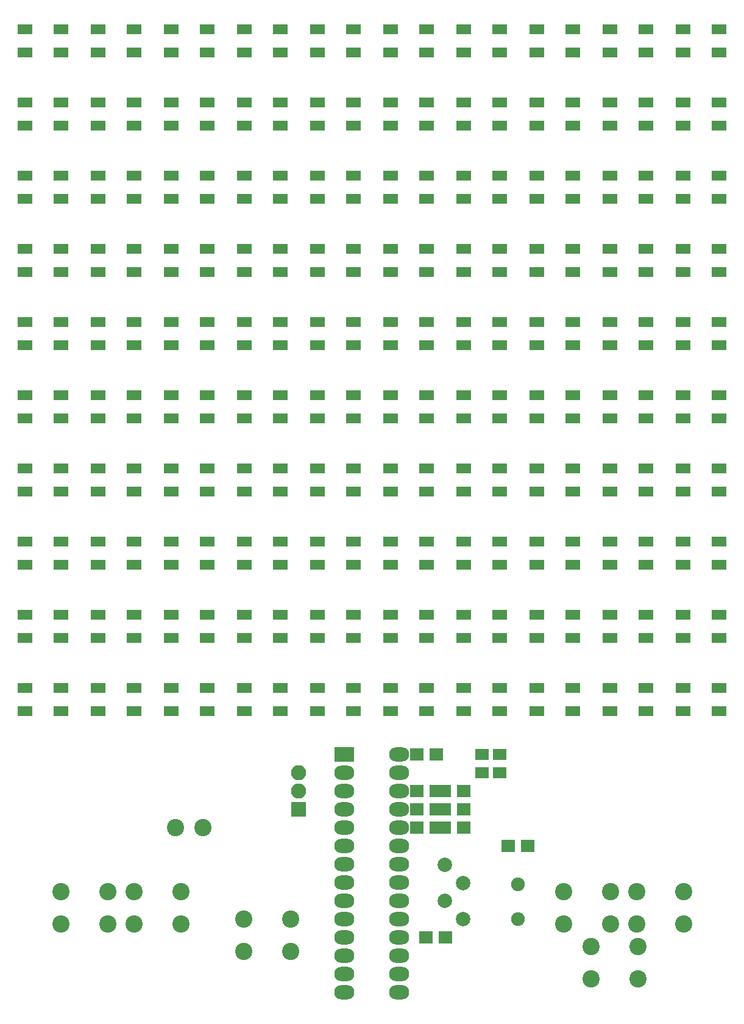
<source format=gbr>
G04 #@! TF.FileFunction,Soldermask,Top*
%FSLAX46Y46*%
G04 Gerber Fmt 4.6, Leading zero omitted, Abs format (unit mm)*
G04 Created by KiCad (PCBNEW 4.0.6) date 11/05/17 12:45:19*
%MOMM*%
%LPD*%
G01*
G04 APERTURE LIST*
%ADD10C,0.100000*%
%ADD11R,2.000000X1.400000*%
%ADD12R,2.800000X2.000000*%
%ADD13O,2.800000X2.000000*%
%ADD14R,1.900000X1.700000*%
%ADD15C,2.400000*%
%ADD16C,1.900000*%
%ADD17C,2.000000*%
%ADD18R,1.900000X1.650000*%
%ADD19C,2.398980*%
%ADD20R,2.100000X2.100000*%
%ADD21O,2.100000X2.100000*%
G04 APERTURE END LIST*
D10*
D11*
X124420000Y-114630000D03*
X124420000Y-111430000D03*
X119420000Y-114630000D03*
X119420000Y-111430000D03*
D12*
X143510000Y-120650000D03*
D13*
X151130000Y-153670000D03*
X143510000Y-123190000D03*
X151130000Y-151130000D03*
X143510000Y-125730000D03*
X151130000Y-148590000D03*
X143510000Y-128270000D03*
X151130000Y-146050000D03*
X143510000Y-130810000D03*
X151130000Y-143510000D03*
X143510000Y-133350000D03*
X151130000Y-140970000D03*
X143510000Y-135890000D03*
X151130000Y-138430000D03*
X143510000Y-138430000D03*
X151130000Y-135890000D03*
X143510000Y-140970000D03*
X151130000Y-133350000D03*
X143510000Y-143510000D03*
X151130000Y-130810000D03*
X143510000Y-146050000D03*
X151130000Y-128270000D03*
X143510000Y-148590000D03*
X151130000Y-125730000D03*
X143510000Y-151130000D03*
X151130000Y-123190000D03*
X143510000Y-153670000D03*
X151130000Y-120650000D03*
D11*
X104100000Y-73990000D03*
X104100000Y-70790000D03*
X99100000Y-73990000D03*
X99100000Y-70790000D03*
X104100000Y-23190000D03*
X104100000Y-19990000D03*
X99100000Y-23190000D03*
X99100000Y-19990000D03*
X104100000Y-33350000D03*
X104100000Y-30150000D03*
X99100000Y-33350000D03*
X99100000Y-30150000D03*
X114260000Y-33350000D03*
X114260000Y-30150000D03*
X109260000Y-33350000D03*
X109260000Y-30150000D03*
X114260000Y-23190000D03*
X114260000Y-19990000D03*
X109260000Y-23190000D03*
X109260000Y-19990000D03*
X124420000Y-23190000D03*
X124420000Y-19990000D03*
X119420000Y-23190000D03*
X119420000Y-19990000D03*
X134580000Y-23190000D03*
X134580000Y-19990000D03*
X129580000Y-23190000D03*
X129580000Y-19990000D03*
X144740000Y-23190000D03*
X144740000Y-19990000D03*
X139740000Y-23190000D03*
X139740000Y-19990000D03*
X154900000Y-23190000D03*
X154900000Y-19990000D03*
X149900000Y-23190000D03*
X149900000Y-19990000D03*
X165060000Y-23190000D03*
X165060000Y-19990000D03*
X160060000Y-23190000D03*
X160060000Y-19990000D03*
X175220000Y-23190000D03*
X175220000Y-19990000D03*
X170220000Y-23190000D03*
X170220000Y-19990000D03*
X185380000Y-23190000D03*
X185380000Y-19990000D03*
X180380000Y-23190000D03*
X180380000Y-19990000D03*
X195540000Y-23190000D03*
X195540000Y-19990000D03*
X190540000Y-23190000D03*
X190540000Y-19990000D03*
X124420000Y-33350000D03*
X124420000Y-30150000D03*
X119420000Y-33350000D03*
X119420000Y-30150000D03*
X134580000Y-33350000D03*
X134580000Y-30150000D03*
X129580000Y-33350000D03*
X129580000Y-30150000D03*
X144740000Y-33350000D03*
X144740000Y-30150000D03*
X139740000Y-33350000D03*
X139740000Y-30150000D03*
X154900000Y-33350000D03*
X154900000Y-30150000D03*
X149900000Y-33350000D03*
X149900000Y-30150000D03*
X165060000Y-33350000D03*
X165060000Y-30150000D03*
X160060000Y-33350000D03*
X160060000Y-30150000D03*
X175220000Y-33350000D03*
X175220000Y-30150000D03*
X170220000Y-33350000D03*
X170220000Y-30150000D03*
X185380000Y-33350000D03*
X185380000Y-30150000D03*
X180380000Y-33350000D03*
X180380000Y-30150000D03*
X195540000Y-33350000D03*
X195540000Y-30150000D03*
X190540000Y-33350000D03*
X190540000Y-30150000D03*
X104100000Y-43510000D03*
X104100000Y-40310000D03*
X99100000Y-43510000D03*
X99100000Y-40310000D03*
X114260000Y-43510000D03*
X114260000Y-40310000D03*
X109260000Y-43510000D03*
X109260000Y-40310000D03*
X104100000Y-53670000D03*
X104100000Y-50470000D03*
X99100000Y-53670000D03*
X99100000Y-50470000D03*
X104100000Y-63830000D03*
X104100000Y-60630000D03*
X99100000Y-63830000D03*
X99100000Y-60630000D03*
X104100000Y-84150000D03*
X104100000Y-80950000D03*
X99100000Y-84150000D03*
X99100000Y-80950000D03*
X104100000Y-94310000D03*
X104100000Y-91110000D03*
X99100000Y-94310000D03*
X99100000Y-91110000D03*
X104100000Y-104470000D03*
X104100000Y-101270000D03*
X99100000Y-104470000D03*
X99100000Y-101270000D03*
X104100000Y-114630000D03*
X104100000Y-111430000D03*
X99100000Y-114630000D03*
X99100000Y-111430000D03*
X114260000Y-53670000D03*
X114260000Y-50470000D03*
X109260000Y-53670000D03*
X109260000Y-50470000D03*
X114260000Y-63830000D03*
X114260000Y-60630000D03*
X109260000Y-63830000D03*
X109260000Y-60630000D03*
X124420000Y-43510000D03*
X124420000Y-40310000D03*
X119420000Y-43510000D03*
X119420000Y-40310000D03*
X134580000Y-43510000D03*
X134580000Y-40310000D03*
X129580000Y-43510000D03*
X129580000Y-40310000D03*
X124420000Y-53670000D03*
X124420000Y-50470000D03*
X119420000Y-53670000D03*
X119420000Y-50470000D03*
X134580000Y-53670000D03*
X134580000Y-50470000D03*
X129580000Y-53670000D03*
X129580000Y-50470000D03*
X124420000Y-63830000D03*
X124420000Y-60630000D03*
X119420000Y-63830000D03*
X119420000Y-60630000D03*
X134580000Y-63830000D03*
X134580000Y-60630000D03*
X129580000Y-63830000D03*
X129580000Y-60630000D03*
X114260000Y-73990000D03*
X114260000Y-70790000D03*
X109260000Y-73990000D03*
X109260000Y-70790000D03*
X124420000Y-73990000D03*
X124420000Y-70790000D03*
X119420000Y-73990000D03*
X119420000Y-70790000D03*
X134580000Y-73990000D03*
X134580000Y-70790000D03*
X129580000Y-73990000D03*
X129580000Y-70790000D03*
X144740000Y-43510000D03*
X144740000Y-40310000D03*
X139740000Y-43510000D03*
X139740000Y-40310000D03*
X154900000Y-43510000D03*
X154900000Y-40310000D03*
X149900000Y-43510000D03*
X149900000Y-40310000D03*
X165060000Y-43510000D03*
X165060000Y-40310000D03*
X160060000Y-43510000D03*
X160060000Y-40310000D03*
X175220000Y-43510000D03*
X175220000Y-40310000D03*
X170220000Y-43510000D03*
X170220000Y-40310000D03*
X185380000Y-43510000D03*
X185380000Y-40310000D03*
X180380000Y-43510000D03*
X180380000Y-40310000D03*
X195540000Y-43510000D03*
X195540000Y-40310000D03*
X190540000Y-43510000D03*
X190540000Y-40310000D03*
X144740000Y-53670000D03*
X144740000Y-50470000D03*
X139740000Y-53670000D03*
X139740000Y-50470000D03*
X154900000Y-53670000D03*
X154900000Y-50470000D03*
X149900000Y-53670000D03*
X149900000Y-50470000D03*
X165060000Y-53670000D03*
X165060000Y-50470000D03*
X160060000Y-53670000D03*
X160060000Y-50470000D03*
X175220000Y-53670000D03*
X175220000Y-50470000D03*
X170220000Y-53670000D03*
X170220000Y-50470000D03*
X185380000Y-53670000D03*
X185380000Y-50470000D03*
X180380000Y-53670000D03*
X180380000Y-50470000D03*
X195540000Y-53670000D03*
X195540000Y-50470000D03*
X190540000Y-53670000D03*
X190540000Y-50470000D03*
X144740000Y-63830000D03*
X144740000Y-60630000D03*
X139740000Y-63830000D03*
X139740000Y-60630000D03*
X154900000Y-63830000D03*
X154900000Y-60630000D03*
X149900000Y-63830000D03*
X149900000Y-60630000D03*
X165060000Y-63830000D03*
X165060000Y-60630000D03*
X160060000Y-63830000D03*
X160060000Y-60630000D03*
X175220000Y-63830000D03*
X175220000Y-60630000D03*
X170220000Y-63830000D03*
X170220000Y-60630000D03*
X185380000Y-63830000D03*
X185380000Y-60630000D03*
X180380000Y-63830000D03*
X180380000Y-60630000D03*
X195540000Y-63830000D03*
X195540000Y-60630000D03*
X190540000Y-63830000D03*
X190540000Y-60630000D03*
X114260000Y-84150000D03*
X114260000Y-80950000D03*
X109260000Y-84150000D03*
X109260000Y-80950000D03*
X114260000Y-94310000D03*
X114260000Y-91110000D03*
X109260000Y-94310000D03*
X109260000Y-91110000D03*
X114260000Y-104470000D03*
X114260000Y-101270000D03*
X109260000Y-104470000D03*
X109260000Y-101270000D03*
X114260000Y-114630000D03*
X114260000Y-111430000D03*
X109260000Y-114630000D03*
X109260000Y-111430000D03*
X144740000Y-73990000D03*
X144740000Y-70790000D03*
X139740000Y-73990000D03*
X139740000Y-70790000D03*
X154900000Y-73990000D03*
X154900000Y-70790000D03*
X149900000Y-73990000D03*
X149900000Y-70790000D03*
X124420000Y-84150000D03*
X124420000Y-80950000D03*
X119420000Y-84150000D03*
X119420000Y-80950000D03*
X134580000Y-84150000D03*
X134580000Y-80950000D03*
X129580000Y-84150000D03*
X129580000Y-80950000D03*
X144740000Y-84150000D03*
X144740000Y-80950000D03*
X139740000Y-84150000D03*
X139740000Y-80950000D03*
X154900000Y-84150000D03*
X154900000Y-80950000D03*
X149900000Y-84150000D03*
X149900000Y-80950000D03*
X165060000Y-73990000D03*
X165060000Y-70790000D03*
X160060000Y-73990000D03*
X160060000Y-70790000D03*
X175220000Y-73990000D03*
X175220000Y-70790000D03*
X170220000Y-73990000D03*
X170220000Y-70790000D03*
X185380000Y-73990000D03*
X185380000Y-70790000D03*
X180380000Y-73990000D03*
X180380000Y-70790000D03*
X195540000Y-73990000D03*
X195540000Y-70790000D03*
X190540000Y-73990000D03*
X190540000Y-70790000D03*
X165060000Y-84150000D03*
X165060000Y-80950000D03*
X160060000Y-84150000D03*
X160060000Y-80950000D03*
X175220000Y-84150000D03*
X175220000Y-80950000D03*
X170220000Y-84150000D03*
X170220000Y-80950000D03*
X185380000Y-84150000D03*
X185380000Y-80950000D03*
X180380000Y-84150000D03*
X180380000Y-80950000D03*
X195540000Y-84150000D03*
X195540000Y-80950000D03*
X190540000Y-84150000D03*
X190540000Y-80950000D03*
X124420000Y-94310000D03*
X124420000Y-91110000D03*
X119420000Y-94310000D03*
X119420000Y-91110000D03*
X134580000Y-94310000D03*
X134580000Y-91110000D03*
X129580000Y-94310000D03*
X129580000Y-91110000D03*
X144740000Y-94310000D03*
X144740000Y-91110000D03*
X139740000Y-94310000D03*
X139740000Y-91110000D03*
X154900000Y-94310000D03*
X154900000Y-91110000D03*
X149900000Y-94310000D03*
X149900000Y-91110000D03*
X124420000Y-104470000D03*
X124420000Y-101270000D03*
X119420000Y-104470000D03*
X119420000Y-101270000D03*
X134580000Y-104470000D03*
X134580000Y-101270000D03*
X129580000Y-104470000D03*
X129580000Y-101270000D03*
X134580000Y-114630000D03*
X134580000Y-111430000D03*
X129580000Y-114630000D03*
X129580000Y-111430000D03*
X144740000Y-104470000D03*
X144740000Y-101270000D03*
X139740000Y-104470000D03*
X139740000Y-101270000D03*
X144740000Y-114630000D03*
X144740000Y-111430000D03*
X139740000Y-114630000D03*
X139740000Y-111430000D03*
X165060000Y-94310000D03*
X165060000Y-91110000D03*
X160060000Y-94310000D03*
X160060000Y-91110000D03*
X175220000Y-94310000D03*
X175220000Y-91110000D03*
X170220000Y-94310000D03*
X170220000Y-91110000D03*
X185380000Y-94310000D03*
X185380000Y-91110000D03*
X180380000Y-94310000D03*
X180380000Y-91110000D03*
X195540000Y-94310000D03*
X195540000Y-91110000D03*
X190540000Y-94310000D03*
X190540000Y-91110000D03*
X154900000Y-104470000D03*
X154900000Y-101270000D03*
X149900000Y-104470000D03*
X149900000Y-101270000D03*
X165060000Y-104470000D03*
X165060000Y-101270000D03*
X160060000Y-104470000D03*
X160060000Y-101270000D03*
X175220000Y-104470000D03*
X175220000Y-101270000D03*
X170220000Y-104470000D03*
X170220000Y-101270000D03*
X185380000Y-104470000D03*
X185380000Y-101270000D03*
X180380000Y-104470000D03*
X180380000Y-101270000D03*
X195540000Y-104470000D03*
X195540000Y-101270000D03*
X190540000Y-104470000D03*
X190540000Y-101270000D03*
X154900000Y-114630000D03*
X154900000Y-111430000D03*
X149900000Y-114630000D03*
X149900000Y-111430000D03*
X165060000Y-114630000D03*
X165060000Y-111430000D03*
X160060000Y-114630000D03*
X160060000Y-111430000D03*
X175220000Y-114630000D03*
X175220000Y-111430000D03*
X170220000Y-114630000D03*
X170220000Y-111430000D03*
X185380000Y-114630000D03*
X185380000Y-111430000D03*
X180380000Y-114630000D03*
X180380000Y-111430000D03*
X195540000Y-114630000D03*
X195540000Y-111430000D03*
X190540000Y-114630000D03*
X190540000Y-111430000D03*
D14*
X153590000Y-125730000D03*
X156290000Y-125730000D03*
X153590000Y-128270000D03*
X156290000Y-128270000D03*
X153590000Y-130810000D03*
X156290000Y-130810000D03*
X157400000Y-125730000D03*
X160100000Y-125730000D03*
X157400000Y-128270000D03*
X160100000Y-128270000D03*
X157400000Y-130810000D03*
X160100000Y-130810000D03*
D15*
X177800000Y-151820000D03*
X177800000Y-147320000D03*
X184300000Y-151820000D03*
X184300000Y-147320000D03*
X173990000Y-144200000D03*
X173990000Y-139700000D03*
X180490000Y-144200000D03*
X180490000Y-139700000D03*
X184150000Y-144200000D03*
X184150000Y-139700000D03*
X190650000Y-144200000D03*
X190650000Y-139700000D03*
X104140000Y-144200000D03*
X104140000Y-139700000D03*
X110640000Y-144200000D03*
X110640000Y-139700000D03*
X114300000Y-144200000D03*
X114300000Y-139700000D03*
X120800000Y-144200000D03*
X120800000Y-139700000D03*
D14*
X153590000Y-120650000D03*
X156290000Y-120650000D03*
D16*
X167640000Y-143510000D03*
X167640000Y-138630000D03*
D17*
X157480000Y-140970000D03*
X157480000Y-135970000D03*
X160020000Y-143510000D03*
X160020000Y-138510000D03*
D18*
X162580000Y-120650000D03*
X165080000Y-120650000D03*
X162580000Y-123190000D03*
X165080000Y-123190000D03*
D15*
X129540000Y-148010000D03*
X129540000Y-143510000D03*
X136040000Y-148010000D03*
X136040000Y-143510000D03*
D19*
X120015000Y-130810000D03*
X123825000Y-130810000D03*
D14*
X154860000Y-146050000D03*
X157560000Y-146050000D03*
X166290000Y-133350000D03*
X168990000Y-133350000D03*
D20*
X137160000Y-128270000D03*
D21*
X137160000Y-125730000D03*
X137160000Y-123190000D03*
M02*

</source>
